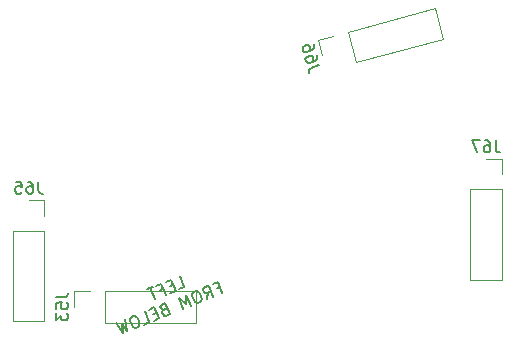
<source format=gbr>
G04 #@! TF.GenerationSoftware,KiCad,Pcbnew,(5.1.4)-1*
G04 #@! TF.CreationDate,2023-09-09T05:28:25-04:00*
G04 #@! TF.ProjectId,ThumbsUp,5468756d-6273-4557-902e-6b696361645f,rev?*
G04 #@! TF.SameCoordinates,Original*
G04 #@! TF.FileFunction,Legend,Bot*
G04 #@! TF.FilePolarity,Positive*
%FSLAX46Y46*%
G04 Gerber Fmt 4.6, Leading zero omitted, Abs format (unit mm)*
G04 Created by KiCad (PCBNEW (5.1.4)-1) date 2023-09-09 05:28:25*
%MOMM*%
%LPD*%
G04 APERTURE LIST*
%ADD10C,0.150000*%
%ADD11C,0.120000*%
G04 APERTURE END LIST*
D10*
X-132503486Y-415543139D02*
X-132061970Y-415364755D01*
X-132436577Y-414437571D01*
X-133008770Y-415182340D02*
X-133317832Y-415307209D01*
X-133254064Y-415846392D02*
X-132812548Y-415668008D01*
X-133187154Y-414740824D01*
X-133628670Y-414919208D01*
X-134156712Y-415646139D02*
X-133847651Y-415521270D01*
X-133651428Y-416006938D02*
X-134026035Y-415079754D01*
X-134467551Y-415258138D01*
X-134688309Y-415347330D02*
X-135218129Y-415561391D01*
X-134578612Y-416381545D02*
X-134953219Y-415454361D01*
X-129344208Y-415481343D02*
X-129035147Y-415356474D01*
X-128838924Y-415842142D02*
X-129213531Y-414914958D01*
X-129655047Y-415093342D01*
X-130163473Y-416377294D02*
X-130032795Y-415810909D01*
X-129633653Y-416163233D02*
X-130008260Y-415236050D01*
X-130361473Y-415378757D01*
X-130431938Y-415458585D01*
X-130458251Y-415520575D01*
X-130466726Y-415626717D01*
X-130413210Y-415759172D01*
X-130333382Y-415829637D01*
X-130271392Y-415855950D01*
X-130165250Y-415864425D01*
X-129812037Y-415721717D01*
X-131112050Y-415682010D02*
X-131288657Y-415753364D01*
X-131359121Y-415833192D01*
X-131411748Y-415957172D01*
X-131384546Y-416151617D01*
X-131259677Y-416460678D01*
X-131144172Y-416619446D01*
X-131020192Y-416672073D01*
X-130914050Y-416680547D01*
X-130737444Y-416609194D01*
X-130666979Y-416529365D01*
X-130614352Y-416405385D01*
X-130641554Y-416210940D01*
X-130766423Y-415901879D01*
X-130881928Y-415743111D01*
X-131005909Y-415690485D01*
X-131112050Y-415682010D01*
X-131532173Y-416930285D02*
X-131906779Y-416003101D01*
X-131948264Y-416790244D01*
X-132524902Y-416252839D01*
X-132150295Y-417180023D01*
X-133803521Y-417283023D02*
X-133918137Y-417380689D01*
X-133944450Y-417442679D01*
X-133952925Y-417548821D01*
X-133899410Y-417681276D01*
X-133819582Y-417751741D01*
X-133757592Y-417778054D01*
X-133651450Y-417786529D01*
X-133298237Y-417643821D01*
X-133672844Y-416716638D01*
X-133981905Y-416841506D01*
X-134052370Y-416921335D01*
X-134078683Y-416983325D01*
X-134087158Y-417089467D01*
X-134051481Y-417177770D01*
X-133971653Y-417248235D01*
X-133909662Y-417274548D01*
X-133803521Y-417283023D01*
X-133494460Y-417158154D01*
X-134421643Y-417532760D02*
X-134730705Y-417657629D01*
X-134666937Y-418196812D02*
X-134225421Y-418018428D01*
X-134600028Y-417091244D01*
X-135041544Y-417269628D01*
X-135505818Y-418535742D02*
X-135064302Y-418357358D01*
X-135438908Y-417430174D01*
X-136366092Y-417804781D02*
X-136542698Y-417876134D01*
X-136613163Y-417955963D01*
X-136665790Y-418079943D01*
X-136638588Y-418274388D01*
X-136513719Y-418583449D01*
X-136398214Y-418742217D01*
X-136274233Y-418794843D01*
X-136168092Y-418803318D01*
X-135991485Y-418731964D01*
X-135921021Y-418652136D01*
X-135868394Y-418528156D01*
X-135895596Y-418333711D01*
X-136020465Y-418024650D01*
X-136135970Y-417865882D01*
X-136259950Y-417813255D01*
X-136366092Y-417804781D01*
X-137072518Y-418090195D02*
X-136918669Y-419106571D01*
X-137362852Y-418515650D01*
X-137271882Y-419249278D01*
X-137867247Y-418411286D01*
D11*
X-105198141Y-404498713D02*
X-106528141Y-404498713D01*
X-105198141Y-405828713D02*
X-105198141Y-404498713D01*
X-105198141Y-407098713D02*
X-107858141Y-407098713D01*
X-107858141Y-407098713D02*
X-107858141Y-414778713D01*
X-105198141Y-407098713D02*
X-105198141Y-414778713D01*
X-105198141Y-414778713D02*
X-107858141Y-414778713D01*
X-141369330Y-415714574D02*
X-141369330Y-417044574D01*
X-140039330Y-415714574D02*
X-141369330Y-415714574D01*
X-138769330Y-415714574D02*
X-138769330Y-418374574D01*
X-138769330Y-418374574D02*
X-131089330Y-418374574D01*
X-138769330Y-415714574D02*
X-131089330Y-415714574D01*
X-131089330Y-415714574D02*
X-131089330Y-418374574D01*
X-143916620Y-407997892D02*
X-145246620Y-407997892D01*
X-143916620Y-409327892D02*
X-143916620Y-407997892D01*
X-143916620Y-410597892D02*
X-146576620Y-410597892D01*
X-146576620Y-410597892D02*
X-146576620Y-418277892D01*
X-143916620Y-410597892D02*
X-143916620Y-418277892D01*
X-143916620Y-418277892D02*
X-146576620Y-418277892D01*
X-120752130Y-394420139D02*
X-120407900Y-395704820D01*
X-119467448Y-394075910D02*
X-120752130Y-394420139D01*
X-118240723Y-393747209D02*
X-117552264Y-396316572D01*
X-117552264Y-396316572D02*
X-110133954Y-394328842D01*
X-118240723Y-393747209D02*
X-110822412Y-391759479D01*
X-110822412Y-391759479D02*
X-110133954Y-394328842D01*
D10*
X-105718617Y-402951093D02*
X-105718617Y-403665379D01*
X-105670998Y-403808236D01*
X-105575760Y-403903474D01*
X-105432902Y-403951093D01*
X-105337664Y-403951093D01*
X-106623379Y-402951093D02*
X-106432902Y-402951093D01*
X-106337664Y-402998713D01*
X-106290045Y-403046332D01*
X-106194807Y-403189189D01*
X-106147188Y-403379665D01*
X-106147188Y-403760617D01*
X-106194807Y-403855855D01*
X-106242426Y-403903474D01*
X-106337664Y-403951093D01*
X-106528141Y-403951093D01*
X-106623379Y-403903474D01*
X-106670998Y-403855855D01*
X-106718617Y-403760617D01*
X-106718617Y-403522522D01*
X-106670998Y-403427284D01*
X-106623379Y-403379665D01*
X-106528141Y-403332046D01*
X-106337664Y-403332046D01*
X-106242426Y-403379665D01*
X-106194807Y-403427284D01*
X-106147188Y-403522522D01*
X-107051950Y-402951093D02*
X-107718617Y-402951093D01*
X-107290045Y-403951093D01*
X-142916949Y-416235050D02*
X-142202663Y-416235050D01*
X-142059806Y-416187431D01*
X-141964568Y-416092193D01*
X-141916949Y-415949335D01*
X-141916949Y-415854097D01*
X-142916949Y-417187431D02*
X-142916949Y-416711240D01*
X-142440758Y-416663621D01*
X-142488377Y-416711240D01*
X-142535996Y-416806478D01*
X-142535996Y-417044574D01*
X-142488377Y-417139812D01*
X-142440758Y-417187431D01*
X-142345520Y-417235050D01*
X-142107425Y-417235050D01*
X-142012187Y-417187431D01*
X-141964568Y-417139812D01*
X-141916949Y-417044574D01*
X-141916949Y-416806478D01*
X-141964568Y-416711240D01*
X-142012187Y-416663621D01*
X-142916949Y-417568383D02*
X-142916949Y-418187431D01*
X-142535996Y-417854097D01*
X-142535996Y-417996954D01*
X-142488377Y-418092193D01*
X-142440758Y-418139812D01*
X-142345520Y-418187431D01*
X-142107425Y-418187431D01*
X-142012187Y-418139812D01*
X-141964568Y-418092193D01*
X-141916949Y-417996954D01*
X-141916949Y-417711240D01*
X-141964568Y-417616002D01*
X-142012187Y-417568383D01*
X-144437096Y-406450272D02*
X-144437096Y-407164558D01*
X-144389477Y-407307415D01*
X-144294239Y-407402653D01*
X-144151381Y-407450272D01*
X-144056143Y-407450272D01*
X-145341858Y-406450272D02*
X-145151381Y-406450272D01*
X-145056143Y-406497892D01*
X-145008524Y-406545511D01*
X-144913286Y-406688368D01*
X-144865667Y-406878844D01*
X-144865667Y-407259796D01*
X-144913286Y-407355034D01*
X-144960905Y-407402653D01*
X-145056143Y-407450272D01*
X-145246620Y-407450272D01*
X-145341858Y-407402653D01*
X-145389477Y-407355034D01*
X-145437096Y-407259796D01*
X-145437096Y-407021701D01*
X-145389477Y-406926463D01*
X-145341858Y-406878844D01*
X-145246620Y-406831225D01*
X-145056143Y-406831225D01*
X-144960905Y-406878844D01*
X-144913286Y-406926463D01*
X-144865667Y-407021701D01*
X-146341858Y-406450272D02*
X-145865667Y-406450272D01*
X-145818048Y-406926463D01*
X-145865667Y-406878844D01*
X-145960905Y-406831225D01*
X-146199000Y-406831225D01*
X-146294239Y-406878844D01*
X-146341858Y-406926463D01*
X-146389477Y-407021701D01*
X-146389477Y-407259796D01*
X-146341858Y-407355034D01*
X-146294239Y-407402653D01*
X-146199000Y-407450272D01*
X-145960905Y-407450272D01*
X-145865667Y-407402653D01*
X-145818048Y-407355034D01*
X-120635346Y-396603844D02*
X-121325293Y-396788715D01*
X-121450958Y-396871686D01*
X-121518301Y-396988328D01*
X-121527323Y-397138642D01*
X-121502674Y-397230635D01*
X-120869516Y-395729911D02*
X-120820217Y-395913897D01*
X-120841564Y-396018215D01*
X-120875235Y-396076536D01*
X-120988575Y-396205503D01*
X-121160237Y-396300798D01*
X-121528208Y-396399396D01*
X-121632526Y-396378049D01*
X-121690847Y-396344377D01*
X-121761493Y-396264709D01*
X-121810792Y-396080723D01*
X-121789445Y-395976406D01*
X-121755773Y-395918084D01*
X-121676105Y-395847439D01*
X-121446123Y-395785815D01*
X-121341805Y-395807162D01*
X-121283484Y-395840834D01*
X-121212838Y-395920502D01*
X-121163539Y-396104488D01*
X-121184886Y-396208806D01*
X-121218558Y-396267127D01*
X-121298226Y-396337773D01*
X-121116010Y-394809982D02*
X-121066711Y-394993968D01*
X-121088058Y-395098285D01*
X-121121730Y-395156607D01*
X-121235070Y-395285574D01*
X-121406731Y-395380869D01*
X-121774703Y-395479467D01*
X-121879020Y-395458120D01*
X-121937342Y-395424448D01*
X-122007987Y-395344780D01*
X-122057286Y-395160794D01*
X-122035939Y-395056476D01*
X-122002267Y-394998155D01*
X-121922599Y-394927509D01*
X-121692617Y-394865886D01*
X-121588299Y-394887233D01*
X-121529978Y-394920904D01*
X-121459332Y-395000573D01*
X-121410033Y-395184559D01*
X-121431380Y-395288876D01*
X-121465052Y-395347197D01*
X-121544720Y-395417843D01*
M02*

</source>
